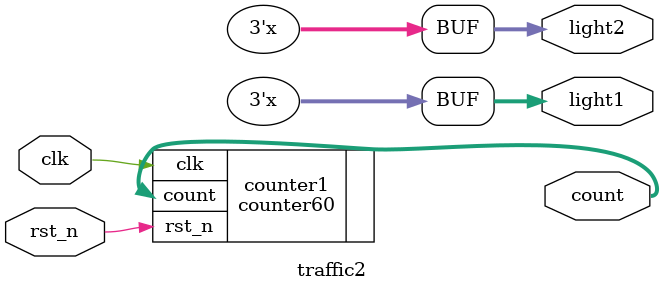
<source format=v>
module traffic2 (
    input clk,
    input rst_n,
    output reg [2:0] light1, //[green, red, yellow] 
    output reg [2:0] light2, //[green, red, yellow] 
    output [5:0] count
);

    reg [2:0] state ;
    parameter Idle = 3'd0 ;
    parameter S1 = 3'd1 ;
    parameter S2 = 3'd2 ;
    parameter S3 = 3'd3 ;
    parameter S4 = 3'd4 ;

    always @(posedge clk or negedge rst_n) begin
        if ( !rst_n ) begin
            state <= Idle;
            light1 = 3'b010;
            light2 = 3'b010;
        end
    end

    always @(*) begin
        case (state)
            Idle: if ( !rst_n ) begin
                state <= S1;
                light1 = 3'b100;
                light2 = 3'b010;
            end
            S1: if (count == 'd25) begin
                state <= S2;
                light1 = 3'b001;
                light2 = 3'b010;
            end
            S2: if (count == 'd30) begin
                state <= S3;
                light1 = 3'b010;
                light2 = 3'b100;
            end
            S3: if (count == 'd55) begin
                state <= S4;
                light1 = 3'b010;
                light2 = 3'b001;
            end
            S4: if (count == 'd0) begin
                state <= S1;
                light1 = 3'b100;
                light2 = 3'b010;
            end
        endcase
    end

    counter60 counter1(
        .clk(clk),
        .rst_n(rst_n),
        .count(count)
    );

endmodule

</source>
